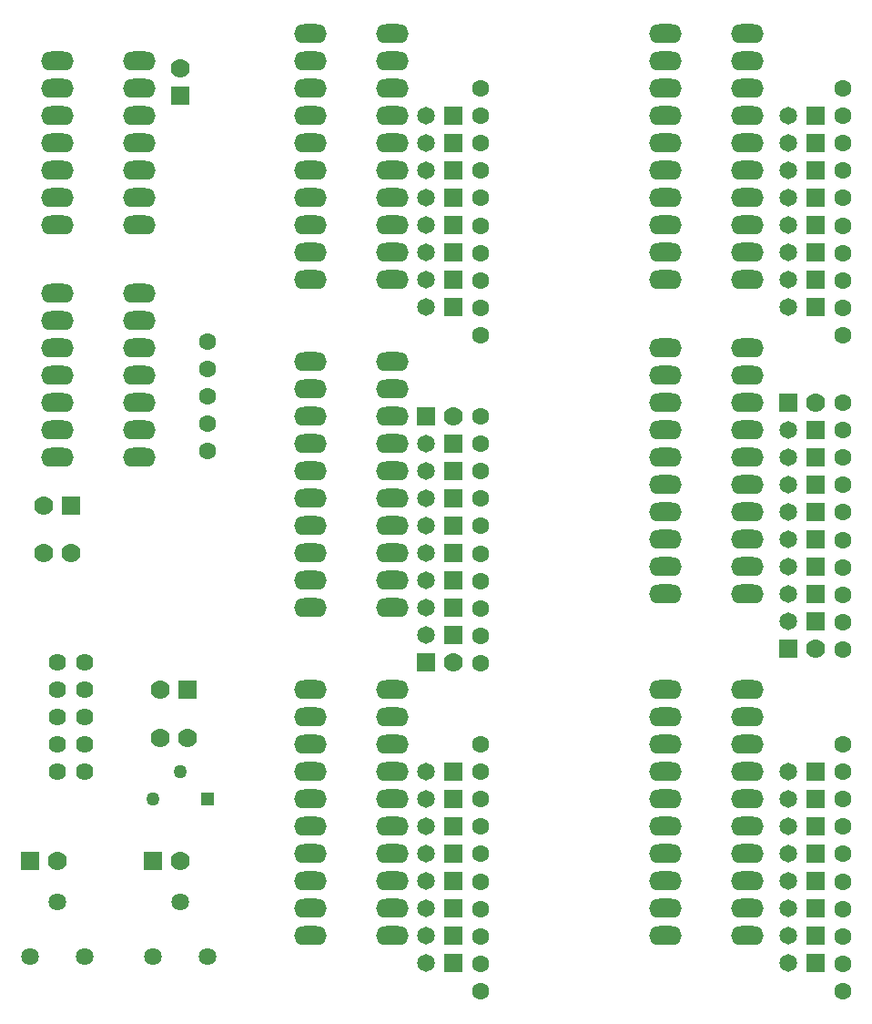
<source format=gbr>
G04 DesignSpark PCB Gerber Version 10.0 Build 5299*
G04 #@! TF.Part,Single*
G04 #@! TF.FileFunction,Soldermask,Top*
G04 #@! TF.FilePolarity,Negative*
%FSLAX35Y35*%
%MOIN*%
G04 #@! TA.AperFunction,ComponentPad*
%ADD72R,0.05000X0.05000*%
%ADD77R,0.06500X0.06500*%
%ADD28R,0.07000X0.07000*%
%ADD73C,0.05000*%
%ADD76C,0.06276*%
%ADD27C,0.06374*%
%ADD75C,0.06433*%
%ADD78C,0.06500*%
%ADD29C,0.07000*%
%ADD74O,0.12000X0.07000*%
G04 #@! TD.AperFunction*
X0Y0D02*
D02*
D27*
X35250Y92750D03*
Y102750D03*
Y112750D03*
Y122750D03*
Y132750D03*
X45250Y92750D03*
Y102750D03*
Y112750D03*
Y122750D03*
Y132750D03*
D02*
D28*
X25250Y60250D03*
X40250Y190250D03*
X70250Y60250D03*
X80250Y340250D03*
X82750Y122750D03*
X170250Y132750D03*
Y222750D03*
X302750Y137750D03*
Y227750D03*
D02*
D29*
X30250Y172750D03*
Y190250D03*
X35250Y60250D03*
X40250Y172750D03*
X72750Y105250D03*
Y122750D03*
X80250Y60250D03*
Y350250D03*
X82750Y105250D03*
X180250Y132750D03*
Y222750D03*
X312750Y137750D03*
Y227750D03*
D02*
D72*
X90250Y82750D03*
D02*
D73*
X70250D03*
X80250Y92750D03*
D02*
D74*
X35250Y207750D03*
Y217750D03*
Y227750D03*
Y237750D03*
Y247750D03*
Y257750D03*
Y267750D03*
Y292750D03*
Y302750D03*
Y312750D03*
Y322750D03*
Y332750D03*
Y342750D03*
Y352750D03*
X65250Y207750D03*
Y217750D03*
Y227750D03*
Y237750D03*
Y247750D03*
Y257750D03*
Y267750D03*
Y292750D03*
Y302750D03*
Y312750D03*
Y322750D03*
Y332750D03*
Y342750D03*
Y352750D03*
X127750Y32750D03*
Y42750D03*
Y52750D03*
Y62750D03*
Y72750D03*
Y82750D03*
Y92750D03*
Y102750D03*
Y112750D03*
Y122750D03*
Y152750D03*
Y162750D03*
Y172750D03*
Y182750D03*
Y192750D03*
Y202750D03*
Y212750D03*
Y222750D03*
Y232750D03*
Y242750D03*
Y272750D03*
Y282750D03*
Y292750D03*
Y302750D03*
Y312750D03*
Y322750D03*
Y332750D03*
Y342750D03*
Y352750D03*
Y362750D03*
X157750Y32750D03*
Y42750D03*
Y52750D03*
Y62750D03*
Y72750D03*
Y82750D03*
Y92750D03*
Y102750D03*
Y112750D03*
Y122750D03*
Y152750D03*
Y162750D03*
Y172750D03*
Y182750D03*
Y192750D03*
Y202750D03*
Y212750D03*
Y222750D03*
Y232750D03*
Y242750D03*
Y272750D03*
Y282750D03*
Y292750D03*
Y302750D03*
Y312750D03*
Y322750D03*
Y332750D03*
Y342750D03*
Y352750D03*
Y362750D03*
X257750Y32750D03*
Y42750D03*
Y52750D03*
Y62750D03*
Y72750D03*
Y82750D03*
Y92750D03*
Y102750D03*
Y112750D03*
Y122750D03*
Y157750D03*
Y167750D03*
Y177750D03*
Y187750D03*
Y197750D03*
Y207750D03*
Y217750D03*
Y227750D03*
Y237750D03*
Y247750D03*
Y272750D03*
Y282750D03*
Y292750D03*
Y302750D03*
Y312750D03*
Y322750D03*
Y332750D03*
Y342750D03*
Y352750D03*
Y362750D03*
X287750Y32750D03*
Y42750D03*
Y52750D03*
Y62750D03*
Y72750D03*
Y82750D03*
Y92750D03*
Y102750D03*
Y112750D03*
Y122750D03*
Y157750D03*
Y167750D03*
Y177750D03*
Y187750D03*
Y197750D03*
Y207750D03*
Y217750D03*
Y227750D03*
Y237750D03*
Y247750D03*
Y272750D03*
Y282750D03*
Y292750D03*
Y302750D03*
Y312750D03*
Y322750D03*
Y332750D03*
Y342750D03*
Y352750D03*
Y362750D03*
D02*
D75*
X25250Y25250D03*
X35250Y45250D03*
X45250Y25250D03*
X70250D03*
X80250Y45250D03*
X90250Y25250D03*
D02*
D76*
Y210368D03*
Y220368D03*
Y230368D03*
Y240368D03*
Y250368D03*
X190250Y12632D03*
Y22632D03*
Y32632D03*
Y42632D03*
Y52632D03*
Y62868D03*
Y72868D03*
Y82868D03*
Y92868D03*
Y102868D03*
Y132632D03*
Y142632D03*
Y152632D03*
Y162632D03*
Y172632D03*
Y182868D03*
Y192868D03*
Y202868D03*
Y212868D03*
Y222868D03*
Y252632D03*
Y262632D03*
Y272632D03*
Y282632D03*
Y292632D03*
Y302868D03*
Y312868D03*
Y322868D03*
Y332868D03*
Y342868D03*
X322750Y12632D03*
Y22632D03*
Y32632D03*
Y42632D03*
Y52632D03*
Y62868D03*
Y72868D03*
Y82868D03*
Y92868D03*
Y102868D03*
Y137632D03*
Y147632D03*
Y157632D03*
Y167632D03*
Y177632D03*
Y187868D03*
Y197868D03*
Y207868D03*
Y217868D03*
Y227868D03*
Y252632D03*
Y262632D03*
Y272632D03*
Y282632D03*
Y292632D03*
Y302868D03*
Y312868D03*
Y322868D03*
Y332868D03*
Y342868D03*
D02*
D77*
X180250Y22750D03*
Y32750D03*
Y42750D03*
Y52750D03*
Y62750D03*
Y72750D03*
Y82750D03*
Y92750D03*
Y142750D03*
Y152750D03*
Y162750D03*
Y172750D03*
Y182750D03*
Y192750D03*
Y202750D03*
Y212750D03*
Y262750D03*
Y272750D03*
Y282750D03*
Y292750D03*
Y302750D03*
Y312750D03*
Y322750D03*
Y332750D03*
X312750Y22750D03*
Y32750D03*
Y42750D03*
Y52750D03*
Y62750D03*
Y72750D03*
Y82750D03*
Y92750D03*
Y147750D03*
Y157750D03*
Y167750D03*
Y177750D03*
Y187750D03*
Y197750D03*
Y207750D03*
Y217750D03*
Y262750D03*
Y272750D03*
Y282750D03*
Y292750D03*
Y302750D03*
Y312750D03*
Y322750D03*
Y332750D03*
D02*
D78*
X170250Y22750D03*
Y32750D03*
Y42750D03*
Y52750D03*
Y62750D03*
Y72750D03*
Y82750D03*
Y92750D03*
Y142750D03*
Y152750D03*
Y162750D03*
Y172750D03*
Y182750D03*
Y192750D03*
Y202750D03*
Y212750D03*
Y262750D03*
Y272750D03*
Y282750D03*
Y292750D03*
Y302750D03*
Y312750D03*
Y322750D03*
Y332750D03*
X302750Y22750D03*
Y32750D03*
Y42750D03*
Y52750D03*
Y62750D03*
Y72750D03*
Y82750D03*
Y92750D03*
Y147750D03*
Y157750D03*
Y167750D03*
Y177750D03*
Y187750D03*
Y197750D03*
Y207750D03*
Y217750D03*
Y262750D03*
Y272750D03*
Y282750D03*
Y292750D03*
Y302750D03*
Y312750D03*
Y322750D03*
Y332750D03*
X0Y0D02*
M02*

</source>
